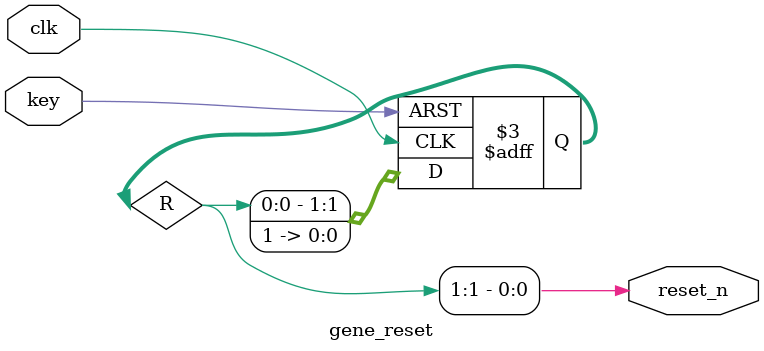
<source format=sv>
module gene_reset(key, clk, reset_n);
   input  clk;
   input  key;
   output reset_n;

   logic [1:0] R;

   always @(posedge clk or negedge key)
     if(!key)
        R <= '0;
     else
        R <= {R[0],1'b1};

   assign reset_n = R[1];

endmodule

</source>
